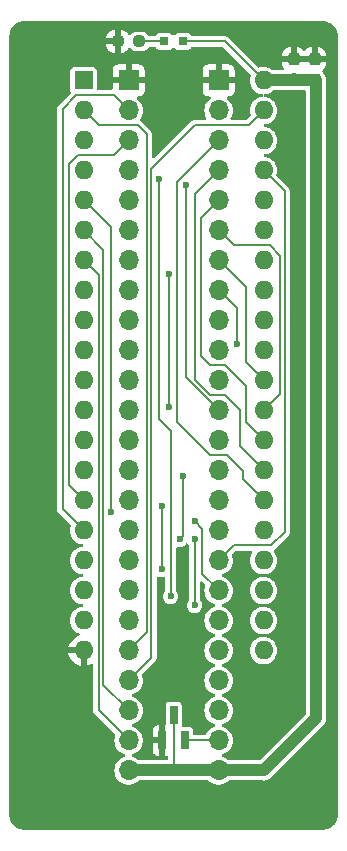
<source format=gbr>
G04 #@! TF.GenerationSoftware,KiCad,Pcbnew,7.0.11+dfsg-1build4*
G04 #@! TF.CreationDate,2024-10-25T09:22:04+09:00*
G04 #@! TF.ProjectId,bionic-ins8060,62696f6e-6963-42d6-996e-73383036302e,5*
G04 #@! TF.SameCoordinates,Original*
G04 #@! TF.FileFunction,Copper,L1,Top*
G04 #@! TF.FilePolarity,Positive*
%FSLAX46Y46*%
G04 Gerber Fmt 4.6, Leading zero omitted, Abs format (unit mm)*
G04 Created by KiCad (PCBNEW 7.0.11+dfsg-1build4) date 2024-10-25 09:22:04*
%MOMM*%
%LPD*%
G01*
G04 APERTURE LIST*
G04 Aperture macros list*
%AMRoundRect*
0 Rectangle with rounded corners*
0 $1 Rounding radius*
0 $2 $3 $4 $5 $6 $7 $8 $9 X,Y pos of 4 corners*
0 Add a 4 corners polygon primitive as box body*
4,1,4,$2,$3,$4,$5,$6,$7,$8,$9,$2,$3,0*
0 Add four circle primitives for the rounded corners*
1,1,$1+$1,$2,$3*
1,1,$1+$1,$4,$5*
1,1,$1+$1,$6,$7*
1,1,$1+$1,$8,$9*
0 Add four rect primitives between the rounded corners*
20,1,$1+$1,$2,$3,$4,$5,0*
20,1,$1+$1,$4,$5,$6,$7,0*
20,1,$1+$1,$6,$7,$8,$9,0*
20,1,$1+$1,$8,$9,$2,$3,0*%
G04 Aperture macros list end*
G04 #@! TA.AperFunction,SMDPad,CuDef*
%ADD10R,0.762000X0.711200*%
G04 #@! TD*
G04 #@! TA.AperFunction,SMDPad,CuDef*
%ADD11RoundRect,0.237500X0.237500X-0.300000X0.237500X0.300000X-0.237500X0.300000X-0.237500X-0.300000X0*%
G04 #@! TD*
G04 #@! TA.AperFunction,ComponentPad*
%ADD12R,1.600000X1.600000*%
G04 #@! TD*
G04 #@! TA.AperFunction,ComponentPad*
%ADD13O,1.600000X1.600000*%
G04 #@! TD*
G04 #@! TA.AperFunction,SMDPad,CuDef*
%ADD14R,0.660400X1.625600*%
G04 #@! TD*
G04 #@! TA.AperFunction,SMDPad,CuDef*
%ADD15RoundRect,0.237500X0.250000X0.237500X-0.250000X0.237500X-0.250000X-0.237500X0.250000X-0.237500X0*%
G04 #@! TD*
G04 #@! TA.AperFunction,ComponentPad*
%ADD16O,1.700000X1.700000*%
G04 #@! TD*
G04 #@! TA.AperFunction,ComponentPad*
%ADD17R,1.700000X1.700000*%
G04 #@! TD*
G04 #@! TA.AperFunction,ViaPad*
%ADD18C,0.600000*%
G04 #@! TD*
G04 #@! TA.AperFunction,Conductor*
%ADD19C,1.000000*%
G04 #@! TD*
G04 #@! TA.AperFunction,Conductor*
%ADD20C,0.200000*%
G04 #@! TD*
G04 APERTURE END LIST*
D10*
X114195300Y-71778000D03*
X115744700Y-71778000D03*
D11*
X125130000Y-75027000D03*
X125130000Y-73302000D03*
D12*
X107350000Y-75080000D03*
D13*
X107350000Y-77620000D03*
X107350000Y-80160000D03*
X107350000Y-82700000D03*
X107350000Y-85240000D03*
X107350000Y-87780000D03*
X107350000Y-90320000D03*
X107350000Y-92860000D03*
X107350000Y-95400000D03*
X107350000Y-97940000D03*
X107350000Y-100480000D03*
X107350000Y-103020000D03*
X107350000Y-105560000D03*
X107350000Y-108100000D03*
X107350000Y-110640000D03*
X107350000Y-113180000D03*
X107350000Y-115720000D03*
X107350000Y-118260000D03*
X107350000Y-120800000D03*
X107350000Y-123340000D03*
X122590000Y-123340000D03*
X122590000Y-120800000D03*
X122590000Y-118260000D03*
X122590000Y-115720000D03*
X122590000Y-113180000D03*
X122590000Y-110640000D03*
X122590000Y-108100000D03*
X122590000Y-105560000D03*
X122590000Y-103020000D03*
X122590000Y-100480000D03*
X122590000Y-97940000D03*
X122590000Y-95400000D03*
X122590000Y-92860000D03*
X122590000Y-90320000D03*
X122590000Y-87780000D03*
X122590000Y-85240000D03*
X122590000Y-82700000D03*
X122590000Y-80160000D03*
X122590000Y-77620000D03*
X122590000Y-75080000D03*
D14*
X114019999Y-130960000D03*
X115920001Y-130960000D03*
X114970000Y-128828000D03*
D11*
X126908000Y-75027000D03*
X126908000Y-73302000D03*
D15*
X112072500Y-71778000D03*
X110247500Y-71778000D03*
D16*
X118780000Y-133500000D03*
X118780000Y-130960000D03*
X118780000Y-128420000D03*
X118780000Y-125880000D03*
X118780000Y-123340000D03*
X118780000Y-120800000D03*
X118780000Y-118260000D03*
X118780000Y-115720000D03*
X118780000Y-113180000D03*
X118780000Y-110640000D03*
X118780000Y-108100000D03*
X118780000Y-105560000D03*
X118780000Y-103020000D03*
X118780000Y-100480000D03*
X118780000Y-97940000D03*
X118780000Y-95400000D03*
X118780000Y-92860000D03*
X118780000Y-90320000D03*
X118780000Y-87780000D03*
X118780000Y-85240000D03*
X118780000Y-82700000D03*
X118780000Y-80160000D03*
X118780000Y-77620000D03*
D17*
X118780000Y-75080000D03*
X111160000Y-75080000D03*
D16*
X111160000Y-77620000D03*
X111160000Y-80160000D03*
X111160000Y-82700000D03*
X111160000Y-85240000D03*
X111160000Y-87780000D03*
X111160000Y-90320000D03*
X111160000Y-92860000D03*
X111160000Y-95400000D03*
X111160000Y-97940000D03*
X111160000Y-100480000D03*
X111160000Y-103020000D03*
X111160000Y-105560000D03*
X111160000Y-108100000D03*
X111160000Y-110640000D03*
X111160000Y-113180000D03*
X111160000Y-115720000D03*
X111160000Y-118260000D03*
X111160000Y-120800000D03*
X111160000Y-123340000D03*
X111160000Y-125880000D03*
X111160000Y-128420000D03*
X111160000Y-130960000D03*
X111160000Y-133500000D03*
D18*
X112938000Y-131976000D03*
X125130000Y-128420000D03*
X104810000Y-114323000D03*
X120306700Y-97432000D03*
X109636000Y-111656000D03*
X116748000Y-112418000D03*
X113954000Y-116482000D03*
X113954000Y-111148000D03*
X116748000Y-119530000D03*
X116748000Y-113942000D03*
X115986000Y-83970000D03*
X115478000Y-113942000D03*
X115732000Y-108608000D03*
X114589000Y-91463000D03*
X114589000Y-102766000D03*
X114716000Y-118768000D03*
X113700000Y-83462000D03*
D19*
X122590000Y-133500000D02*
X127035000Y-129055000D01*
X114970000Y-133500000D02*
X118780000Y-133500000D01*
X125130000Y-75080000D02*
X122590000Y-75080000D01*
X111160000Y-133500000D02*
X114970000Y-133500000D01*
D20*
X114970000Y-133500000D02*
X114970000Y-128624000D01*
D19*
X118780000Y-133500000D02*
X122590000Y-133500000D01*
X125130000Y-75080000D02*
X125130000Y-74926500D01*
D20*
X119288000Y-71778000D02*
X122590000Y-75080000D01*
X115744700Y-71778000D02*
X119288000Y-71778000D01*
D19*
X127035000Y-75080000D02*
X125130000Y-75080000D01*
X127035000Y-129055000D02*
X127035000Y-75080000D01*
D20*
X108620000Y-91590000D02*
X107350000Y-90320000D01*
X111160000Y-130960000D02*
X108620000Y-128420000D01*
X108620000Y-128420000D02*
X108620000Y-91590000D01*
X120306700Y-94386700D02*
X118780000Y-92860000D01*
X120306700Y-97432000D02*
X120306700Y-94386700D01*
X117348000Y-113018000D02*
X117348000Y-116828000D01*
X117348000Y-116828000D02*
X118780000Y-118260000D01*
X109636000Y-87526000D02*
X107350000Y-85240000D01*
X109636000Y-111656000D02*
X109636000Y-87526000D01*
X116748000Y-112418000D02*
X117348000Y-113018000D01*
X124368000Y-113307000D02*
X124368000Y-84478000D01*
X118780000Y-115720000D02*
X120050000Y-114450000D01*
X124368000Y-84478000D02*
X122590000Y-82700000D01*
X120050000Y-114450000D02*
X123225000Y-114450000D01*
X123225000Y-114450000D02*
X124368000Y-113307000D01*
X118780000Y-90320000D02*
X121066000Y-92606000D01*
X121066000Y-92606000D02*
X121066000Y-98956000D01*
X121066000Y-98956000D02*
X122590000Y-100480000D01*
X123098000Y-89050000D02*
X123968000Y-89920000D01*
X123968000Y-89920000D02*
X123968000Y-101642000D01*
X123968000Y-101642000D02*
X122590000Y-103020000D01*
X120050000Y-89050000D02*
X123098000Y-89050000D01*
X118780000Y-87780000D02*
X120050000Y-89050000D01*
X117256000Y-86764000D02*
X118780000Y-85240000D01*
X119288000Y-99210000D02*
X118018000Y-99210000D01*
X121066000Y-100988000D02*
X119288000Y-99210000D01*
X117256000Y-98448000D02*
X117256000Y-86764000D01*
X121066000Y-104036000D02*
X121066000Y-100988000D01*
X118018000Y-99210000D02*
X117256000Y-98448000D01*
X122590000Y-105560000D02*
X121066000Y-104036000D01*
X118075686Y-101750000D02*
X116748000Y-100422314D01*
X119288000Y-101750000D02*
X118075686Y-101750000D01*
X120558000Y-106068000D02*
X120558000Y-103020000D01*
X120558000Y-103020000D02*
X119288000Y-101750000D01*
X116748000Y-84732000D02*
X118780000Y-82700000D01*
X116748000Y-100422314D02*
X116748000Y-84732000D01*
X122590000Y-108100000D02*
X120558000Y-106068000D01*
X122590000Y-110640000D02*
X120812000Y-108862000D01*
X115224000Y-104036000D02*
X115224000Y-83716000D01*
X120812000Y-108175827D02*
X119466173Y-106830000D01*
X115224000Y-83716000D02*
X118780000Y-80160000D01*
X119466173Y-106830000D02*
X118018000Y-106830000D01*
X118018000Y-106830000D02*
X115224000Y-104036000D01*
X120812000Y-108862000D02*
X120812000Y-108175827D01*
X113954000Y-111148000D02*
X113954000Y-116482000D01*
X116748000Y-113942000D02*
X116748000Y-119530000D01*
X115986000Y-100226000D02*
X118780000Y-103020000D01*
X115986000Y-83970000D02*
X115986000Y-100226000D01*
X115732000Y-113688000D02*
X115478000Y-113942000D01*
X115732000Y-108608000D02*
X115732000Y-113688000D01*
X106080000Y-109370000D02*
X107350000Y-110640000D01*
X111160000Y-80464900D02*
X111160000Y-80160000D01*
X106080000Y-82192000D02*
X106080000Y-109370000D01*
X111160000Y-80160000D02*
X109890000Y-81430000D01*
X109890000Y-81430000D02*
X106842000Y-81430000D01*
X106842000Y-81430000D02*
X106080000Y-82192000D01*
X109890000Y-76350000D02*
X106715000Y-76350000D01*
X106715000Y-76350000D02*
X105572000Y-77493000D01*
X105572000Y-77493000D02*
X105572000Y-111402000D01*
X105572000Y-111402000D02*
X107350000Y-113180000D01*
X111160000Y-77620000D02*
X109890000Y-76350000D01*
X114589000Y-102766000D02*
X114589000Y-91463000D01*
X111160000Y-125880000D02*
X113084000Y-123956000D01*
X116748000Y-78890000D02*
X121320000Y-78890000D01*
X113084000Y-82554000D02*
X116748000Y-78890000D01*
X121320000Y-78890000D02*
X122590000Y-77620000D01*
X113084000Y-123956000D02*
X113084000Y-82554000D01*
X109020000Y-89450000D02*
X107350000Y-87780000D01*
X111160000Y-128420000D02*
X109020000Y-126280000D01*
X109020000Y-126280000D02*
X109020000Y-89450000D01*
X114716000Y-104798000D02*
X114716000Y-118768000D01*
X113700000Y-83462000D02*
X113700000Y-103782000D01*
X113700000Y-103782000D02*
X114716000Y-104798000D01*
X108620000Y-78890000D02*
X111922000Y-78890000D01*
X107604000Y-77620000D02*
X107350000Y-77620000D01*
X111922000Y-78890000D02*
X112684000Y-79652000D01*
X112684000Y-79652000D02*
X112684000Y-121816000D01*
X107350000Y-77620000D02*
X108620000Y-78890000D01*
X112684000Y-121816000D02*
X111160000Y-123340000D01*
X118780000Y-130960000D02*
X116124000Y-130960000D01*
X116124000Y-130960000D02*
X115920000Y-130756000D01*
X114195300Y-71778000D02*
X112072500Y-71778000D01*
G04 #@! TA.AperFunction,Conductor*
G36*
X116197246Y-114294458D02*
G01*
X116215050Y-114315006D01*
X116257516Y-114376529D01*
X116262491Y-114382145D01*
X116261044Y-114383426D01*
X116292850Y-114434120D01*
X116297500Y-114467759D01*
X116297500Y-119004240D01*
X116277815Y-119071279D01*
X116262153Y-119089556D01*
X116262491Y-119089856D01*
X116257515Y-119095472D01*
X116167781Y-119225475D01*
X116167780Y-119225476D01*
X116111762Y-119373181D01*
X116092722Y-119529999D01*
X116092722Y-119530000D01*
X116111762Y-119686818D01*
X116154173Y-119798645D01*
X116167780Y-119834523D01*
X116257517Y-119964530D01*
X116375760Y-120069283D01*
X116375762Y-120069284D01*
X116515634Y-120142696D01*
X116669014Y-120180500D01*
X116669015Y-120180500D01*
X116826985Y-120180500D01*
X116980365Y-120142696D01*
X117120240Y-120069283D01*
X117238483Y-119964530D01*
X117328220Y-119834523D01*
X117384237Y-119686818D01*
X117403278Y-119530000D01*
X117395897Y-119469207D01*
X117384237Y-119373181D01*
X117348436Y-119278783D01*
X117328220Y-119225477D01*
X117238483Y-119095470D01*
X117238479Y-119095466D01*
X117233509Y-119089856D01*
X117234953Y-119088576D01*
X117203145Y-119037860D01*
X117198500Y-119004240D01*
X117198500Y-117614965D01*
X117218185Y-117547926D01*
X117270989Y-117502171D01*
X117340147Y-117492227D01*
X117403703Y-117521252D01*
X117410174Y-117527277D01*
X117534641Y-117651745D01*
X117615672Y-117732776D01*
X117649157Y-117794099D01*
X117647258Y-117854391D01*
X117594884Y-118038468D01*
X117574357Y-118259999D01*
X117574357Y-118260000D01*
X117594884Y-118481535D01*
X117594885Y-118481537D01*
X117655769Y-118695523D01*
X117655775Y-118695538D01*
X117754938Y-118894683D01*
X117754943Y-118894691D01*
X117889020Y-119072238D01*
X118053437Y-119222123D01*
X118053439Y-119222125D01*
X118242595Y-119339245D01*
X118242596Y-119339245D01*
X118242599Y-119339247D01*
X118436524Y-119414374D01*
X118491924Y-119456946D01*
X118515515Y-119522713D01*
X118499804Y-119590793D01*
X118449780Y-119639572D01*
X118436533Y-119645622D01*
X118325389Y-119688680D01*
X118242601Y-119720752D01*
X118242595Y-119720754D01*
X118053439Y-119837874D01*
X118053437Y-119837876D01*
X117889020Y-119987761D01*
X117754943Y-120165308D01*
X117754938Y-120165316D01*
X117655775Y-120364461D01*
X117655769Y-120364476D01*
X117594885Y-120578462D01*
X117594884Y-120578464D01*
X117574357Y-120799999D01*
X117574357Y-120800000D01*
X117594884Y-121021535D01*
X117594885Y-121021537D01*
X117655769Y-121235523D01*
X117655775Y-121235538D01*
X117754938Y-121434683D01*
X117754943Y-121434691D01*
X117889020Y-121612238D01*
X118053437Y-121762123D01*
X118053439Y-121762125D01*
X118242595Y-121879245D01*
X118242596Y-121879245D01*
X118242599Y-121879247D01*
X118436524Y-121954374D01*
X118491924Y-121996946D01*
X118515515Y-122062713D01*
X118499804Y-122130793D01*
X118449780Y-122179572D01*
X118436533Y-122185622D01*
X118325389Y-122228680D01*
X118242601Y-122260752D01*
X118242595Y-122260754D01*
X118053439Y-122377874D01*
X118053437Y-122377876D01*
X117889020Y-122527761D01*
X117754943Y-122705308D01*
X117754938Y-122705316D01*
X117655775Y-122904461D01*
X117655769Y-122904476D01*
X117594885Y-123118462D01*
X117594884Y-123118464D01*
X117574357Y-123339999D01*
X117574357Y-123340000D01*
X117594884Y-123561535D01*
X117594885Y-123561537D01*
X117655769Y-123775523D01*
X117655775Y-123775538D01*
X117754938Y-123974683D01*
X117754943Y-123974691D01*
X117889020Y-124152238D01*
X118053437Y-124302123D01*
X118053439Y-124302125D01*
X118242595Y-124419245D01*
X118242596Y-124419245D01*
X118242599Y-124419247D01*
X118436524Y-124494374D01*
X118491924Y-124536946D01*
X118515515Y-124602713D01*
X118499804Y-124670793D01*
X118449780Y-124719572D01*
X118436533Y-124725622D01*
X118311259Y-124774154D01*
X118242601Y-124800752D01*
X118242595Y-124800754D01*
X118053439Y-124917874D01*
X118053437Y-124917876D01*
X117889020Y-125067761D01*
X117754943Y-125245308D01*
X117754938Y-125245316D01*
X117655775Y-125444461D01*
X117655769Y-125444476D01*
X117594885Y-125658462D01*
X117594884Y-125658464D01*
X117574357Y-125879999D01*
X117574357Y-125880000D01*
X117594884Y-126101535D01*
X117594885Y-126101537D01*
X117655769Y-126315523D01*
X117655775Y-126315538D01*
X117754938Y-126514683D01*
X117754943Y-126514691D01*
X117889020Y-126692238D01*
X118053437Y-126842123D01*
X118053439Y-126842125D01*
X118242595Y-126959245D01*
X118242596Y-126959245D01*
X118242599Y-126959247D01*
X118436524Y-127034374D01*
X118491924Y-127076946D01*
X118515515Y-127142713D01*
X118499804Y-127210793D01*
X118449780Y-127259572D01*
X118436533Y-127265622D01*
X118311259Y-127314154D01*
X118242601Y-127340752D01*
X118242595Y-127340754D01*
X118053439Y-127457874D01*
X118053437Y-127457876D01*
X117889020Y-127607761D01*
X117754943Y-127785308D01*
X117754938Y-127785316D01*
X117655775Y-127984461D01*
X117655769Y-127984476D01*
X117594885Y-128198462D01*
X117594884Y-128198464D01*
X117574357Y-128419999D01*
X117574357Y-128420000D01*
X117594884Y-128641535D01*
X117594885Y-128641537D01*
X117655769Y-128855523D01*
X117655775Y-128855538D01*
X117754938Y-129054683D01*
X117754943Y-129054691D01*
X117889020Y-129232238D01*
X118053437Y-129382123D01*
X118053439Y-129382125D01*
X118242595Y-129499245D01*
X118242596Y-129499245D01*
X118242599Y-129499247D01*
X118436524Y-129574374D01*
X118491924Y-129616946D01*
X118515515Y-129682713D01*
X118499804Y-129750793D01*
X118449780Y-129799572D01*
X118436533Y-129805622D01*
X118288488Y-129862975D01*
X118242601Y-129880752D01*
X118242595Y-129880754D01*
X118053439Y-129997874D01*
X118053437Y-129997876D01*
X117889020Y-130147761D01*
X117754943Y-130325308D01*
X117754936Y-130325320D01*
X117697449Y-130440771D01*
X117649946Y-130492009D01*
X117586449Y-130509500D01*
X116724701Y-130509500D01*
X116657662Y-130489815D01*
X116611907Y-130437011D01*
X116600701Y-130385500D01*
X116600701Y-130113939D01*
X116590774Y-130045808D01*
X116590774Y-130045807D01*
X116539399Y-129940717D01*
X116539397Y-129940715D01*
X116539397Y-129940714D01*
X116456686Y-129858003D01*
X116351592Y-129806626D01*
X116283462Y-129796700D01*
X116283461Y-129796700D01*
X115774700Y-129796700D01*
X115707661Y-129777015D01*
X115661906Y-129724211D01*
X115650700Y-129672700D01*
X115650700Y-127981939D01*
X115640773Y-127913808D01*
X115640773Y-127913807D01*
X115589398Y-127808717D01*
X115589396Y-127808715D01*
X115589396Y-127808714D01*
X115506685Y-127726003D01*
X115401591Y-127674626D01*
X115333461Y-127664700D01*
X115333460Y-127664700D01*
X114606540Y-127664700D01*
X114606539Y-127664700D01*
X114538408Y-127674626D01*
X114433314Y-127726003D01*
X114350603Y-127808714D01*
X114299226Y-127913808D01*
X114289300Y-127981939D01*
X114289300Y-129576537D01*
X114269999Y-129642268D01*
X114269999Y-132272800D01*
X114395500Y-132272800D01*
X114462539Y-132292485D01*
X114508294Y-132345289D01*
X114519500Y-132396800D01*
X114519500Y-132525500D01*
X114499815Y-132592539D01*
X114447011Y-132638294D01*
X114395500Y-132649500D01*
X112057046Y-132649500D01*
X111990007Y-132629815D01*
X111973508Y-132617137D01*
X111886562Y-132537876D01*
X111886560Y-132537874D01*
X111697404Y-132420754D01*
X111697395Y-132420750D01*
X111603956Y-132384552D01*
X111503475Y-132345625D01*
X111448075Y-132303054D01*
X111424484Y-132237288D01*
X111440195Y-132169207D01*
X111490219Y-132120428D01*
X111503466Y-132114377D01*
X111697401Y-132039247D01*
X111886562Y-131922124D01*
X112050981Y-131772236D01*
X112185058Y-131594689D01*
X112284229Y-131395528D01*
X112337016Y-131210000D01*
X113189799Y-131210000D01*
X113189799Y-131820644D01*
X113196200Y-131880172D01*
X113196202Y-131880179D01*
X113246444Y-132014886D01*
X113246448Y-132014893D01*
X113332608Y-132129987D01*
X113332611Y-132129990D01*
X113447705Y-132216150D01*
X113447712Y-132216154D01*
X113582419Y-132266396D01*
X113582426Y-132266398D01*
X113641954Y-132272799D01*
X113641971Y-132272800D01*
X113769999Y-132272800D01*
X113769999Y-131210000D01*
X113189799Y-131210000D01*
X112337016Y-131210000D01*
X112345115Y-131181536D01*
X112365643Y-130960000D01*
X112345115Y-130738464D01*
X112337016Y-130710000D01*
X113189799Y-130710000D01*
X113769999Y-130710000D01*
X113769999Y-129647200D01*
X113641954Y-129647200D01*
X113582426Y-129653601D01*
X113582419Y-129653603D01*
X113447712Y-129703845D01*
X113447705Y-129703849D01*
X113332611Y-129790009D01*
X113332608Y-129790012D01*
X113246448Y-129905106D01*
X113246444Y-129905113D01*
X113196202Y-130039820D01*
X113196200Y-130039827D01*
X113189799Y-130099355D01*
X113189799Y-130710000D01*
X112337016Y-130710000D01*
X112284229Y-130524472D01*
X112269105Y-130494099D01*
X112185061Y-130325316D01*
X112185056Y-130325308D01*
X112050979Y-130147761D01*
X111886562Y-129997876D01*
X111886560Y-129997874D01*
X111697404Y-129880754D01*
X111697395Y-129880750D01*
X111603956Y-129844552D01*
X111503475Y-129805625D01*
X111448075Y-129763054D01*
X111424484Y-129697288D01*
X111440195Y-129629207D01*
X111490219Y-129580428D01*
X111503466Y-129574377D01*
X111697401Y-129499247D01*
X111886562Y-129382124D01*
X112050981Y-129232236D01*
X112185058Y-129054689D01*
X112284229Y-128855528D01*
X112345115Y-128641536D01*
X112365643Y-128420000D01*
X112345115Y-128198464D01*
X112284229Y-127984472D01*
X112284224Y-127984461D01*
X112185061Y-127785316D01*
X112185056Y-127785308D01*
X112050979Y-127607761D01*
X111886562Y-127457876D01*
X111886560Y-127457874D01*
X111697404Y-127340754D01*
X111697395Y-127340750D01*
X111603956Y-127304552D01*
X111503475Y-127265625D01*
X111448075Y-127223054D01*
X111424484Y-127157288D01*
X111440195Y-127089207D01*
X111490219Y-127040428D01*
X111503466Y-127034377D01*
X111697401Y-126959247D01*
X111886562Y-126842124D01*
X112050981Y-126692236D01*
X112185058Y-126514689D01*
X112284229Y-126315528D01*
X112345115Y-126101536D01*
X112365643Y-125880000D01*
X112345115Y-125658464D01*
X112334720Y-125621929D01*
X112292742Y-125474390D01*
X112293329Y-125404523D01*
X112324325Y-125352777D01*
X113379744Y-124297357D01*
X113390093Y-124288109D01*
X113417970Y-124265879D01*
X113450198Y-124218607D01*
X113452812Y-124214923D01*
X113486793Y-124168882D01*
X113486793Y-124168879D01*
X113486795Y-124168878D01*
X113490787Y-124161324D01*
X113494471Y-124153675D01*
X113494472Y-124153673D01*
X113511330Y-124099014D01*
X113512762Y-124094662D01*
X113531646Y-124040699D01*
X113531646Y-124040696D01*
X113533232Y-124032311D01*
X113534500Y-124023904D01*
X113534500Y-123966738D01*
X113534587Y-123962100D01*
X113536724Y-123904992D01*
X113535684Y-123895761D01*
X113536513Y-123895667D01*
X113534500Y-123880366D01*
X113534500Y-117201601D01*
X113554185Y-117134562D01*
X113606989Y-117088807D01*
X113676147Y-117078863D01*
X113716126Y-117091804D01*
X113721635Y-117094696D01*
X113791391Y-117111889D01*
X113875014Y-117132500D01*
X113875015Y-117132500D01*
X114032985Y-117132500D01*
X114111825Y-117113068D01*
X114181628Y-117116137D01*
X114238690Y-117156457D01*
X114264895Y-117221227D01*
X114265500Y-117233465D01*
X114265500Y-118242240D01*
X114245815Y-118309279D01*
X114230153Y-118327556D01*
X114230491Y-118327856D01*
X114225515Y-118333472D01*
X114135781Y-118463475D01*
X114135780Y-118463476D01*
X114079762Y-118611181D01*
X114060722Y-118767999D01*
X114060722Y-118768000D01*
X114079762Y-118924818D01*
X114131049Y-119060048D01*
X114135780Y-119072523D01*
X114225517Y-119202530D01*
X114343760Y-119307283D01*
X114343762Y-119307284D01*
X114483634Y-119380696D01*
X114637014Y-119418500D01*
X114637015Y-119418500D01*
X114794985Y-119418500D01*
X114948365Y-119380696D01*
X115088240Y-119307283D01*
X115206483Y-119202530D01*
X115296220Y-119072523D01*
X115352237Y-118924818D01*
X115371278Y-118768000D01*
X115352237Y-118611182D01*
X115296220Y-118463477D01*
X115206483Y-118333470D01*
X115206479Y-118333466D01*
X115201509Y-118327856D01*
X115202953Y-118326576D01*
X115171145Y-118275860D01*
X115166500Y-118242240D01*
X115166500Y-114693465D01*
X115186185Y-114626426D01*
X115238989Y-114580671D01*
X115308147Y-114570727D01*
X115320173Y-114573067D01*
X115399015Y-114592500D01*
X115556985Y-114592500D01*
X115710365Y-114554696D01*
X115770653Y-114523054D01*
X115850240Y-114481283D01*
X115968483Y-114376530D01*
X115993402Y-114340428D01*
X116010950Y-114315006D01*
X116065232Y-114271015D01*
X116134681Y-114263355D01*
X116197246Y-114294458D01*
G37*
G04 #@! TD.AperFunction*
G04 #@! TA.AperFunction,Conductor*
G36*
X125070714Y-75932133D02*
G01*
X125083683Y-75934260D01*
X125149678Y-75930681D01*
X125156391Y-75930500D01*
X126060500Y-75930500D01*
X126127539Y-75950185D01*
X126173294Y-76002989D01*
X126184500Y-76054500D01*
X126184500Y-128651349D01*
X126164815Y-128718388D01*
X126148181Y-128739030D01*
X122274030Y-132613181D01*
X122212707Y-132646666D01*
X122186349Y-132649500D01*
X119677046Y-132649500D01*
X119610007Y-132629815D01*
X119593508Y-132617137D01*
X119506562Y-132537876D01*
X119506560Y-132537874D01*
X119317404Y-132420754D01*
X119317395Y-132420750D01*
X119223956Y-132384552D01*
X119123475Y-132345625D01*
X119068075Y-132303054D01*
X119044484Y-132237288D01*
X119060195Y-132169207D01*
X119110219Y-132120428D01*
X119123466Y-132114377D01*
X119317401Y-132039247D01*
X119506562Y-131922124D01*
X119670981Y-131772236D01*
X119805058Y-131594689D01*
X119904229Y-131395528D01*
X119965115Y-131181536D01*
X119985643Y-130960000D01*
X119965115Y-130738464D01*
X119904229Y-130524472D01*
X119889105Y-130494099D01*
X119805061Y-130325316D01*
X119805056Y-130325308D01*
X119670979Y-130147761D01*
X119506562Y-129997876D01*
X119506560Y-129997874D01*
X119317404Y-129880754D01*
X119317395Y-129880750D01*
X119223956Y-129844552D01*
X119123475Y-129805625D01*
X119068075Y-129763054D01*
X119044484Y-129697288D01*
X119060195Y-129629207D01*
X119110219Y-129580428D01*
X119123466Y-129574377D01*
X119317401Y-129499247D01*
X119506562Y-129382124D01*
X119670981Y-129232236D01*
X119805058Y-129054689D01*
X119904229Y-128855528D01*
X119965115Y-128641536D01*
X119985643Y-128420000D01*
X119965115Y-128198464D01*
X119904229Y-127984472D01*
X119904224Y-127984461D01*
X119805061Y-127785316D01*
X119805056Y-127785308D01*
X119670979Y-127607761D01*
X119506562Y-127457876D01*
X119506560Y-127457874D01*
X119317404Y-127340754D01*
X119317395Y-127340750D01*
X119223956Y-127304552D01*
X119123475Y-127265625D01*
X119068075Y-127223054D01*
X119044484Y-127157288D01*
X119060195Y-127089207D01*
X119110219Y-127040428D01*
X119123466Y-127034377D01*
X119317401Y-126959247D01*
X119506562Y-126842124D01*
X119670981Y-126692236D01*
X119805058Y-126514689D01*
X119904229Y-126315528D01*
X119965115Y-126101536D01*
X119985643Y-125880000D01*
X119965115Y-125658464D01*
X119904229Y-125444472D01*
X119884337Y-125404523D01*
X119805061Y-125245316D01*
X119805056Y-125245308D01*
X119670979Y-125067761D01*
X119506562Y-124917876D01*
X119506560Y-124917874D01*
X119317404Y-124800754D01*
X119317395Y-124800750D01*
X119223956Y-124764552D01*
X119123475Y-124725625D01*
X119068075Y-124683054D01*
X119044484Y-124617288D01*
X119060195Y-124549207D01*
X119110219Y-124500428D01*
X119123466Y-124494377D01*
X119317401Y-124419247D01*
X119506562Y-124302124D01*
X119661614Y-124160775D01*
X119670979Y-124152238D01*
X119712828Y-124096822D01*
X119805058Y-123974689D01*
X119904229Y-123775528D01*
X119965115Y-123561536D01*
X119985643Y-123340000D01*
X119965115Y-123118464D01*
X119904229Y-122904472D01*
X119904224Y-122904461D01*
X119805061Y-122705316D01*
X119805056Y-122705308D01*
X119670979Y-122527761D01*
X119506562Y-122377876D01*
X119506560Y-122377874D01*
X119317404Y-122260754D01*
X119317395Y-122260750D01*
X119223956Y-122224552D01*
X119123475Y-122185625D01*
X119068075Y-122143054D01*
X119044484Y-122077288D01*
X119060195Y-122009207D01*
X119110219Y-121960428D01*
X119123466Y-121954377D01*
X119317401Y-121879247D01*
X119506562Y-121762124D01*
X119670981Y-121612236D01*
X119805058Y-121434689D01*
X119904229Y-121235528D01*
X119965115Y-121021536D01*
X119985643Y-120800000D01*
X119965115Y-120578464D01*
X119904229Y-120364472D01*
X119853500Y-120262595D01*
X119805061Y-120165316D01*
X119805056Y-120165308D01*
X119670979Y-119987761D01*
X119506562Y-119837876D01*
X119506560Y-119837874D01*
X119317404Y-119720754D01*
X119317395Y-119720750D01*
X119223956Y-119684552D01*
X119123475Y-119645625D01*
X119068075Y-119603054D01*
X119044484Y-119537288D01*
X119060195Y-119469207D01*
X119110219Y-119420428D01*
X119123466Y-119414377D01*
X119317401Y-119339247D01*
X119506562Y-119222124D01*
X119653057Y-119088576D01*
X119670979Y-119072238D01*
X119671704Y-119071279D01*
X119805058Y-118894689D01*
X119904229Y-118695528D01*
X119965115Y-118481536D01*
X119985643Y-118260000D01*
X119965115Y-118038464D01*
X119904229Y-117824472D01*
X119853500Y-117722595D01*
X119805061Y-117625316D01*
X119805056Y-117625308D01*
X119670979Y-117447761D01*
X119506562Y-117297876D01*
X119506560Y-117297874D01*
X119317404Y-117180754D01*
X119317395Y-117180750D01*
X119223956Y-117144552D01*
X119123475Y-117105625D01*
X119068075Y-117063054D01*
X119044484Y-116997288D01*
X119060195Y-116929207D01*
X119110219Y-116880428D01*
X119123466Y-116874377D01*
X119317401Y-116799247D01*
X119506562Y-116682124D01*
X119646282Y-116554751D01*
X119670979Y-116532238D01*
X119805056Y-116354691D01*
X119805058Y-116354689D01*
X119904229Y-116155528D01*
X119965115Y-115941536D01*
X119985643Y-115720000D01*
X119965115Y-115498464D01*
X119954720Y-115461929D01*
X119912742Y-115314390D01*
X119913329Y-115244523D01*
X119944325Y-115192777D01*
X120200284Y-114936819D01*
X120261607Y-114903334D01*
X120287965Y-114900500D01*
X121518133Y-114900500D01*
X121585172Y-114920185D01*
X121630927Y-114972989D01*
X121640871Y-115042147D01*
X121617087Y-115099227D01*
X121607633Y-115111746D01*
X121512596Y-115302605D01*
X121512596Y-115302607D01*
X121454244Y-115507689D01*
X121434571Y-115719999D01*
X121434571Y-115720000D01*
X121454244Y-115932310D01*
X121512596Y-116137392D01*
X121512596Y-116137394D01*
X121607632Y-116328253D01*
X121736127Y-116498406D01*
X121736128Y-116498407D01*
X121893698Y-116642052D01*
X122074981Y-116754298D01*
X122273802Y-116831321D01*
X122470613Y-116868111D01*
X122532893Y-116899779D01*
X122568166Y-116960092D01*
X122565232Y-117029900D01*
X122525023Y-117087040D01*
X122470613Y-117111888D01*
X122273802Y-117148679D01*
X122273799Y-117148679D01*
X122273799Y-117148680D01*
X122074982Y-117225701D01*
X122074980Y-117225702D01*
X121893699Y-117337947D01*
X121736127Y-117481593D01*
X121607632Y-117651746D01*
X121512596Y-117842605D01*
X121512596Y-117842607D01*
X121454244Y-118047689D01*
X121434571Y-118259999D01*
X121434571Y-118260000D01*
X121454244Y-118472310D01*
X121512596Y-118677392D01*
X121512596Y-118677394D01*
X121607632Y-118868253D01*
X121710326Y-119004240D01*
X121736128Y-119038407D01*
X121893698Y-119182052D01*
X122074981Y-119294298D01*
X122273802Y-119371321D01*
X122470613Y-119408111D01*
X122532893Y-119439779D01*
X122568166Y-119500092D01*
X122565232Y-119569900D01*
X122525023Y-119627040D01*
X122470613Y-119651888D01*
X122273802Y-119688679D01*
X122273799Y-119688679D01*
X122273799Y-119688680D01*
X122074982Y-119765701D01*
X122074980Y-119765702D01*
X121893699Y-119877947D01*
X121736127Y-120021593D01*
X121607632Y-120191746D01*
X121512596Y-120382605D01*
X121512596Y-120382607D01*
X121454244Y-120587689D01*
X121434571Y-120799999D01*
X121434571Y-120800000D01*
X121454244Y-121012310D01*
X121512596Y-121217392D01*
X121512596Y-121217394D01*
X121607632Y-121408253D01*
X121736127Y-121578406D01*
X121736128Y-121578407D01*
X121893698Y-121722052D01*
X122074981Y-121834298D01*
X122273802Y-121911321D01*
X122470613Y-121948111D01*
X122532893Y-121979779D01*
X122568166Y-122040092D01*
X122565232Y-122109900D01*
X122525023Y-122167040D01*
X122470613Y-122191888D01*
X122273802Y-122228679D01*
X122273799Y-122228679D01*
X122273799Y-122228680D01*
X122074982Y-122305701D01*
X122074980Y-122305702D01*
X121893699Y-122417947D01*
X121736127Y-122561593D01*
X121607632Y-122731746D01*
X121512596Y-122922605D01*
X121512596Y-122922607D01*
X121454244Y-123127689D01*
X121434571Y-123339999D01*
X121434571Y-123340000D01*
X121454244Y-123552310D01*
X121512596Y-123757392D01*
X121512596Y-123757394D01*
X121607632Y-123948253D01*
X121721499Y-124099035D01*
X121736128Y-124118407D01*
X121893698Y-124262052D01*
X122074981Y-124374298D01*
X122273802Y-124451321D01*
X122483390Y-124490500D01*
X122483392Y-124490500D01*
X122696608Y-124490500D01*
X122696610Y-124490500D01*
X122906198Y-124451321D01*
X123105019Y-124374298D01*
X123286302Y-124262052D01*
X123443872Y-124118407D01*
X123572366Y-123948255D01*
X123598505Y-123895761D01*
X123667403Y-123757394D01*
X123667403Y-123757393D01*
X123667405Y-123757389D01*
X123725756Y-123552310D01*
X123745429Y-123340000D01*
X123725756Y-123127690D01*
X123667405Y-122922611D01*
X123667403Y-122922606D01*
X123667403Y-122922605D01*
X123572367Y-122731746D01*
X123443872Y-122561593D01*
X123286302Y-122417948D01*
X123105019Y-122305702D01*
X123105017Y-122305701D01*
X122988989Y-122260752D01*
X122906198Y-122228679D01*
X122709385Y-122191888D01*
X122647106Y-122160221D01*
X122611833Y-122099908D01*
X122614767Y-122030100D01*
X122654976Y-121972960D01*
X122709384Y-121948111D01*
X122906198Y-121911321D01*
X123105019Y-121834298D01*
X123286302Y-121722052D01*
X123443872Y-121578407D01*
X123572366Y-121408255D01*
X123658373Y-121235528D01*
X123667403Y-121217394D01*
X123667403Y-121217393D01*
X123667405Y-121217389D01*
X123725756Y-121012310D01*
X123745429Y-120800000D01*
X123725756Y-120587690D01*
X123667405Y-120382611D01*
X123667403Y-120382606D01*
X123667403Y-120382605D01*
X123572367Y-120191746D01*
X123443872Y-120021593D01*
X123409499Y-119990258D01*
X123286302Y-119877948D01*
X123105019Y-119765702D01*
X123105017Y-119765701D01*
X122988989Y-119720752D01*
X122906198Y-119688679D01*
X122709385Y-119651888D01*
X122647106Y-119620221D01*
X122611833Y-119559908D01*
X122614767Y-119490100D01*
X122654976Y-119432960D01*
X122709384Y-119408111D01*
X122906198Y-119371321D01*
X123105019Y-119294298D01*
X123286302Y-119182052D01*
X123443872Y-119038407D01*
X123572366Y-118868255D01*
X123658373Y-118695528D01*
X123667403Y-118677394D01*
X123667403Y-118677393D01*
X123667405Y-118677389D01*
X123725756Y-118472310D01*
X123745429Y-118260000D01*
X123725756Y-118047690D01*
X123667405Y-117842611D01*
X123667403Y-117842606D01*
X123667403Y-117842605D01*
X123572367Y-117651746D01*
X123443872Y-117481593D01*
X123409499Y-117450258D01*
X123286302Y-117337948D01*
X123105019Y-117225702D01*
X123105017Y-117225701D01*
X122988989Y-117180752D01*
X122906198Y-117148679D01*
X122709385Y-117111888D01*
X122647106Y-117080221D01*
X122611833Y-117019908D01*
X122614767Y-116950100D01*
X122654976Y-116892960D01*
X122709384Y-116868111D01*
X122906198Y-116831321D01*
X123105019Y-116754298D01*
X123286302Y-116642052D01*
X123443872Y-116498407D01*
X123572366Y-116328255D01*
X123658373Y-116155528D01*
X123667403Y-116137394D01*
X123667403Y-116137393D01*
X123667405Y-116137389D01*
X123725756Y-115932310D01*
X123745429Y-115720000D01*
X123725756Y-115507690D01*
X123667405Y-115302611D01*
X123667403Y-115302606D01*
X123667403Y-115302605D01*
X123572367Y-115111746D01*
X123477289Y-114985844D01*
X123452597Y-114920483D01*
X123467162Y-114852148D01*
X123490796Y-114824971D01*
X123488965Y-114823140D01*
X123511018Y-114801086D01*
X123535974Y-114776128D01*
X123539260Y-114772962D01*
X123581194Y-114734055D01*
X123581196Y-114734050D01*
X123586987Y-114726790D01*
X123587643Y-114727313D01*
X123597032Y-114715070D01*
X124663744Y-113648357D01*
X124674093Y-113639109D01*
X124701970Y-113616879D01*
X124734198Y-113569607D01*
X124736812Y-113565923D01*
X124770793Y-113519882D01*
X124770793Y-113519879D01*
X124770795Y-113519878D01*
X124774787Y-113512324D01*
X124778471Y-113504675D01*
X124795324Y-113450035D01*
X124796762Y-113445662D01*
X124815646Y-113391699D01*
X124815646Y-113391696D01*
X124817232Y-113383311D01*
X124818500Y-113374904D01*
X124818500Y-113317738D01*
X124818587Y-113313100D01*
X124820724Y-113255992D01*
X124819684Y-113246761D01*
X124820513Y-113246667D01*
X124818500Y-113231366D01*
X124818500Y-84510261D01*
X124819280Y-84496376D01*
X124823270Y-84460965D01*
X124816988Y-84427764D01*
X124812637Y-84404770D01*
X124811864Y-84400217D01*
X124803347Y-84343709D01*
X124800831Y-84335552D01*
X124798024Y-84327528D01*
X124771306Y-84276977D01*
X124769215Y-84272835D01*
X124744424Y-84221356D01*
X124739642Y-84214342D01*
X124734567Y-84207466D01*
X124734566Y-84207463D01*
X124694165Y-84167062D01*
X124690947Y-84163721D01*
X124652060Y-84121809D01*
X124644792Y-84116014D01*
X124645312Y-84115361D01*
X124633067Y-84105964D01*
X123713856Y-83186753D01*
X123680371Y-83125430D01*
X123682270Y-83065141D01*
X123725756Y-82912310D01*
X123745429Y-82700000D01*
X123725756Y-82487690D01*
X123667405Y-82282611D01*
X123667403Y-82282606D01*
X123667403Y-82282605D01*
X123572367Y-82091746D01*
X123443872Y-81921593D01*
X123415708Y-81895918D01*
X123286302Y-81777948D01*
X123105019Y-81665702D01*
X123105017Y-81665701D01*
X122988991Y-81620753D01*
X122906198Y-81588679D01*
X122709385Y-81551888D01*
X122647106Y-81520221D01*
X122611833Y-81459908D01*
X122614767Y-81390100D01*
X122654976Y-81332960D01*
X122709384Y-81308111D01*
X122906198Y-81271321D01*
X123105019Y-81194298D01*
X123286302Y-81082052D01*
X123443872Y-80938407D01*
X123572366Y-80768255D01*
X123612715Y-80687223D01*
X123667403Y-80577394D01*
X123667403Y-80577393D01*
X123667405Y-80577389D01*
X123725756Y-80372310D01*
X123745429Y-80160000D01*
X123725756Y-79947690D01*
X123667405Y-79742611D01*
X123667403Y-79742606D01*
X123667403Y-79742605D01*
X123572367Y-79551746D01*
X123443872Y-79381593D01*
X123410155Y-79350856D01*
X123286302Y-79237948D01*
X123105019Y-79125702D01*
X123105017Y-79125701D01*
X122992468Y-79082100D01*
X122906198Y-79048679D01*
X122709385Y-79011888D01*
X122647106Y-78980221D01*
X122611833Y-78919908D01*
X122614767Y-78850100D01*
X122654976Y-78792960D01*
X122709384Y-78768111D01*
X122906198Y-78731321D01*
X123105019Y-78654298D01*
X123286302Y-78542052D01*
X123443872Y-78398407D01*
X123572366Y-78228255D01*
X123658373Y-78055528D01*
X123667403Y-78037394D01*
X123667403Y-78037393D01*
X123667405Y-78037389D01*
X123725756Y-77832310D01*
X123745429Y-77620000D01*
X123725756Y-77407690D01*
X123667405Y-77202611D01*
X123667403Y-77202606D01*
X123667403Y-77202605D01*
X123572367Y-77011746D01*
X123443872Y-76841593D01*
X123415708Y-76815918D01*
X123286302Y-76697948D01*
X123105019Y-76585702D01*
X123105017Y-76585701D01*
X122982946Y-76538411D01*
X122906198Y-76508679D01*
X122709385Y-76471888D01*
X122647106Y-76440221D01*
X122611833Y-76379908D01*
X122614767Y-76310100D01*
X122654976Y-76252960D01*
X122709384Y-76228111D01*
X122906198Y-76191321D01*
X123105019Y-76114298D01*
X123286302Y-76002052D01*
X123312857Y-75977844D01*
X123329291Y-75962863D01*
X123392095Y-75932246D01*
X123412829Y-75930500D01*
X125037503Y-75930500D01*
X125050653Y-75930500D01*
X125070714Y-75932133D01*
G37*
G04 #@! TD.AperFunction*
G04 #@! TA.AperFunction,Conductor*
G36*
X127674853Y-70075882D02*
G01*
X127704568Y-70078220D01*
X127847136Y-70089440D01*
X127866346Y-70092483D01*
X128029638Y-70131686D01*
X128048130Y-70137694D01*
X128171090Y-70188626D01*
X128203277Y-70201959D01*
X128220614Y-70210793D01*
X128363786Y-70298529D01*
X128379527Y-70309965D01*
X128507217Y-70419022D01*
X128520977Y-70432782D01*
X128630034Y-70560472D01*
X128641470Y-70576213D01*
X128729206Y-70719385D01*
X128738040Y-70736722D01*
X128802302Y-70891862D01*
X128808315Y-70910368D01*
X128847515Y-71073648D01*
X128850559Y-71092866D01*
X128864118Y-71265146D01*
X128864500Y-71274875D01*
X128864500Y-137305124D01*
X128864118Y-137314853D01*
X128850559Y-137487133D01*
X128847515Y-137506351D01*
X128808315Y-137669631D01*
X128802302Y-137688137D01*
X128738040Y-137843277D01*
X128729206Y-137860614D01*
X128641470Y-138003786D01*
X128630034Y-138019527D01*
X128520977Y-138147217D01*
X128507217Y-138160977D01*
X128379527Y-138270034D01*
X128363786Y-138281470D01*
X128220614Y-138369206D01*
X128203277Y-138378040D01*
X128048137Y-138442302D01*
X128029631Y-138448315D01*
X127866351Y-138487515D01*
X127847133Y-138490559D01*
X127674854Y-138504118D01*
X127665125Y-138504500D01*
X102274875Y-138504500D01*
X102265146Y-138504118D01*
X102092866Y-138490559D01*
X102073648Y-138487515D01*
X101910368Y-138448315D01*
X101891862Y-138442302D01*
X101736722Y-138378040D01*
X101719385Y-138369206D01*
X101576213Y-138281470D01*
X101560472Y-138270034D01*
X101432782Y-138160977D01*
X101419022Y-138147217D01*
X101309965Y-138019527D01*
X101298529Y-138003786D01*
X101210793Y-137860614D01*
X101201959Y-137843277D01*
X101188626Y-137811090D01*
X101137694Y-137688130D01*
X101131686Y-137669638D01*
X101092483Y-137506346D01*
X101089440Y-137487132D01*
X101075882Y-137314852D01*
X101075500Y-137305124D01*
X101075500Y-111419036D01*
X105116729Y-111419036D01*
X105127355Y-111475196D01*
X105128132Y-111479765D01*
X105136652Y-111536291D01*
X105139162Y-111544427D01*
X105141976Y-111552470D01*
X105141976Y-111552471D01*
X105141977Y-111552472D01*
X105168219Y-111602125D01*
X105168688Y-111603011D01*
X105170776Y-111607149D01*
X105195574Y-111658641D01*
X105200362Y-111665665D01*
X105205431Y-111672532D01*
X105205434Y-111672538D01*
X105205438Y-111672542D01*
X105245846Y-111712950D01*
X105249063Y-111716289D01*
X105287947Y-111758196D01*
X105295210Y-111763988D01*
X105294689Y-111764641D01*
X105306930Y-111774034D01*
X105786214Y-112253318D01*
X106226142Y-112693245D01*
X106259627Y-112754568D01*
X106257727Y-112814860D01*
X106214244Y-112967687D01*
X106194571Y-113179999D01*
X106194571Y-113180000D01*
X106214244Y-113392310D01*
X106272596Y-113597392D01*
X106272596Y-113597394D01*
X106367632Y-113788253D01*
X106496127Y-113958406D01*
X106496128Y-113958407D01*
X106653698Y-114102052D01*
X106834981Y-114214298D01*
X107033802Y-114291321D01*
X107230613Y-114328111D01*
X107292893Y-114359779D01*
X107328166Y-114420092D01*
X107325232Y-114489900D01*
X107285023Y-114547040D01*
X107230613Y-114571888D01*
X107033802Y-114608679D01*
X107033799Y-114608679D01*
X107033799Y-114608680D01*
X106834982Y-114685701D01*
X106834980Y-114685702D01*
X106653699Y-114797947D01*
X106496127Y-114941593D01*
X106367632Y-115111746D01*
X106272596Y-115302605D01*
X106272596Y-115302607D01*
X106214244Y-115507689D01*
X106194571Y-115719999D01*
X106194571Y-115720000D01*
X106214244Y-115932310D01*
X106272596Y-116137392D01*
X106272596Y-116137394D01*
X106367632Y-116328253D01*
X106496127Y-116498406D01*
X106496128Y-116498407D01*
X106653698Y-116642052D01*
X106834981Y-116754298D01*
X107033802Y-116831321D01*
X107230613Y-116868111D01*
X107292893Y-116899779D01*
X107328166Y-116960092D01*
X107325232Y-117029900D01*
X107285023Y-117087040D01*
X107230613Y-117111888D01*
X107033802Y-117148679D01*
X107033799Y-117148679D01*
X107033799Y-117148680D01*
X106834982Y-117225701D01*
X106834980Y-117225702D01*
X106653699Y-117337947D01*
X106496127Y-117481593D01*
X106367632Y-117651746D01*
X106272596Y-117842605D01*
X106272596Y-117842607D01*
X106214244Y-118047689D01*
X106194571Y-118259999D01*
X106194571Y-118260000D01*
X106214244Y-118472310D01*
X106272596Y-118677392D01*
X106272596Y-118677394D01*
X106367632Y-118868253D01*
X106470326Y-119004240D01*
X106496128Y-119038407D01*
X106653698Y-119182052D01*
X106834981Y-119294298D01*
X107033802Y-119371321D01*
X107230613Y-119408111D01*
X107292893Y-119439779D01*
X107328166Y-119500092D01*
X107325232Y-119569900D01*
X107285023Y-119627040D01*
X107230613Y-119651888D01*
X107033802Y-119688679D01*
X107033799Y-119688679D01*
X107033799Y-119688680D01*
X106834982Y-119765701D01*
X106834980Y-119765702D01*
X106653699Y-119877947D01*
X106496127Y-120021593D01*
X106367632Y-120191746D01*
X106272596Y-120382605D01*
X106272596Y-120382607D01*
X106214244Y-120587689D01*
X106194571Y-120799999D01*
X106194571Y-120800000D01*
X106214244Y-121012310D01*
X106272596Y-121217392D01*
X106272596Y-121217394D01*
X106367632Y-121408253D01*
X106496127Y-121578406D01*
X106496128Y-121578407D01*
X106653698Y-121722052D01*
X106834981Y-121834298D01*
X106935449Y-121873219D01*
X106990851Y-121915792D01*
X107014442Y-121981558D01*
X106998731Y-122049639D01*
X106948707Y-122098418D01*
X106922753Y-122108620D01*
X106903683Y-122113730D01*
X106903673Y-122113734D01*
X106697517Y-122209865D01*
X106511179Y-122340342D01*
X106350342Y-122501179D01*
X106219865Y-122687517D01*
X106123734Y-122893673D01*
X106123730Y-122893682D01*
X106071127Y-123089999D01*
X106071128Y-123090000D01*
X107034314Y-123090000D01*
X107022359Y-123101955D01*
X106964835Y-123214852D01*
X106945014Y-123340000D01*
X106964835Y-123465148D01*
X107022359Y-123578045D01*
X107034314Y-123590000D01*
X106071128Y-123590000D01*
X106123730Y-123786317D01*
X106123734Y-123786326D01*
X106219865Y-123992482D01*
X106350342Y-124178820D01*
X106511179Y-124339657D01*
X106697517Y-124470134D01*
X106903673Y-124566265D01*
X106903682Y-124566269D01*
X107099999Y-124618872D01*
X107100000Y-124618871D01*
X107100000Y-123655686D01*
X107111955Y-123667641D01*
X107224852Y-123725165D01*
X107318519Y-123740000D01*
X107381481Y-123740000D01*
X107475148Y-123725165D01*
X107588045Y-123667641D01*
X107600000Y-123655686D01*
X107600000Y-124618872D01*
X107796317Y-124566269D01*
X107796326Y-124566265D01*
X107993095Y-124474511D01*
X108062173Y-124464019D01*
X108125957Y-124492539D01*
X108164196Y-124551015D01*
X108169500Y-124586893D01*
X108169500Y-128387738D01*
X108168720Y-128401623D01*
X108164729Y-128437036D01*
X108175355Y-128493196D01*
X108176132Y-128497765D01*
X108184652Y-128554291D01*
X108187162Y-128562427D01*
X108189976Y-128570470D01*
X108216688Y-128621011D01*
X108218776Y-128625149D01*
X108243574Y-128676641D01*
X108248362Y-128683665D01*
X108253431Y-128690532D01*
X108253434Y-128690538D01*
X108253438Y-128690542D01*
X108293847Y-128730951D01*
X108297064Y-128734290D01*
X108335947Y-128776196D01*
X108343210Y-128781988D01*
X108342689Y-128782641D01*
X108354930Y-128792034D01*
X109995672Y-130432776D01*
X110029157Y-130494099D01*
X110027258Y-130554391D01*
X109974884Y-130738468D01*
X109954357Y-130959999D01*
X109954357Y-130960000D01*
X109974884Y-131181535D01*
X109974885Y-131181537D01*
X110035769Y-131395523D01*
X110035775Y-131395538D01*
X110134938Y-131594683D01*
X110134943Y-131594691D01*
X110269020Y-131772238D01*
X110433437Y-131922123D01*
X110433439Y-131922125D01*
X110622595Y-132039245D01*
X110622596Y-132039245D01*
X110622599Y-132039247D01*
X110816524Y-132114374D01*
X110871924Y-132156946D01*
X110895515Y-132222713D01*
X110879804Y-132290793D01*
X110829780Y-132339572D01*
X110816533Y-132345622D01*
X110684429Y-132396800D01*
X110622601Y-132420752D01*
X110622595Y-132420754D01*
X110433439Y-132537874D01*
X110433437Y-132537876D01*
X110269020Y-132687761D01*
X110134943Y-132865308D01*
X110134938Y-132865316D01*
X110035775Y-133064461D01*
X110035769Y-133064476D01*
X109974885Y-133278462D01*
X109974884Y-133278464D01*
X109954357Y-133499999D01*
X109954357Y-133500000D01*
X109974884Y-133721535D01*
X109974885Y-133721537D01*
X110035769Y-133935523D01*
X110035775Y-133935538D01*
X110134938Y-134134683D01*
X110134943Y-134134691D01*
X110269020Y-134312238D01*
X110433437Y-134462123D01*
X110433439Y-134462125D01*
X110622595Y-134579245D01*
X110622596Y-134579245D01*
X110622599Y-134579247D01*
X110830060Y-134659618D01*
X111048757Y-134700500D01*
X111048759Y-134700500D01*
X111271241Y-134700500D01*
X111271243Y-134700500D01*
X111489940Y-134659618D01*
X111697401Y-134579247D01*
X111886562Y-134462124D01*
X111926049Y-134426125D01*
X111973508Y-134382863D01*
X112036312Y-134352246D01*
X112057046Y-134350500D01*
X114877503Y-134350500D01*
X117882954Y-134350500D01*
X117949993Y-134370185D01*
X117966492Y-134382863D01*
X118053437Y-134462123D01*
X118053439Y-134462125D01*
X118242595Y-134579245D01*
X118242596Y-134579245D01*
X118242599Y-134579247D01*
X118450060Y-134659618D01*
X118668757Y-134700500D01*
X118668759Y-134700500D01*
X118891241Y-134700500D01*
X118891243Y-134700500D01*
X119109940Y-134659618D01*
X119317401Y-134579247D01*
X119506562Y-134462124D01*
X119546049Y-134426125D01*
X119593508Y-134382863D01*
X119656312Y-134352246D01*
X119677046Y-134350500D01*
X122550394Y-134350500D01*
X122560456Y-134350908D01*
X122613167Y-134355201D01*
X122691748Y-134344493D01*
X122695074Y-134344086D01*
X122773910Y-134335514D01*
X122773916Y-134335511D01*
X122775036Y-134335266D01*
X122795307Y-134330515D01*
X122796463Y-134330227D01*
X122796468Y-134330227D01*
X122845433Y-134312238D01*
X122870922Y-134302874D01*
X122874076Y-134301762D01*
X122949221Y-134276444D01*
X122949230Y-134276438D01*
X122950351Y-134275920D01*
X122969123Y-134266923D01*
X122970104Y-134266436D01*
X122970116Y-134266432D01*
X123036972Y-134223697D01*
X123039711Y-134221997D01*
X123107736Y-134181070D01*
X123107743Y-134181062D01*
X123108669Y-134180360D01*
X123125076Y-134167533D01*
X123125981Y-134166804D01*
X123125989Y-134166800D01*
X123182091Y-134110696D01*
X123184422Y-134108427D01*
X123242041Y-134053849D01*
X123242044Y-134053843D01*
X123242757Y-134053005D01*
X123256904Y-134035883D01*
X127608398Y-129684389D01*
X127615793Y-129677573D01*
X127621530Y-129672700D01*
X127656100Y-129643337D01*
X127704134Y-129580147D01*
X127706104Y-129577627D01*
X127755841Y-129515754D01*
X127755843Y-129515748D01*
X127756480Y-129514753D01*
X127767406Y-129497138D01*
X127768046Y-129496074D01*
X127768054Y-129496064D01*
X127801392Y-129424003D01*
X127802780Y-129421106D01*
X127838036Y-129350021D01*
X127838038Y-129350012D01*
X127838452Y-129348886D01*
X127845389Y-129329183D01*
X127845729Y-129328172D01*
X127845732Y-129328167D01*
X127862781Y-129250706D01*
X127863546Y-129247443D01*
X127867328Y-129232238D01*
X127882684Y-129170495D01*
X127882684Y-129170491D01*
X127882685Y-129170488D01*
X127882830Y-129169426D01*
X127885371Y-129148677D01*
X127885500Y-129147497D01*
X127885500Y-129068226D01*
X127885545Y-129064869D01*
X127887693Y-128985564D01*
X127887608Y-128984520D01*
X127885500Y-128962352D01*
X127885500Y-75159346D01*
X127887134Y-75139283D01*
X127889260Y-75126316D01*
X127885682Y-75060320D01*
X127885500Y-75053607D01*
X127885500Y-75033893D01*
X127885500Y-75033887D01*
X127883367Y-75014279D01*
X127882823Y-75007591D01*
X127879245Y-74941593D01*
X127875727Y-74928922D01*
X127871935Y-74909158D01*
X127870514Y-74896092D01*
X127870514Y-74896090D01*
X127849404Y-74833442D01*
X127847447Y-74827070D01*
X127829754Y-74763341D01*
X127823591Y-74751716D01*
X127815640Y-74733233D01*
X127811444Y-74720780D01*
X127811444Y-74720779D01*
X127777358Y-74664128D01*
X127774058Y-74658289D01*
X127772085Y-74654568D01*
X127743100Y-74599896D01*
X127734587Y-74589874D01*
X127722851Y-74573535D01*
X127716070Y-74562264D01*
X127716068Y-74562262D01*
X127713267Y-74557606D01*
X127704957Y-74541131D01*
X127659116Y-74430461D01*
X127595456Y-74347498D01*
X127570262Y-74282329D01*
X127584300Y-74213884D01*
X127606151Y-74184330D01*
X127727948Y-74062533D01*
X127818448Y-73915811D01*
X127818453Y-73915800D01*
X127872680Y-73752152D01*
X127882999Y-73651154D01*
X127883000Y-73651141D01*
X127883000Y-73552000D01*
X124155001Y-73552000D01*
X124155001Y-73651154D01*
X124165319Y-73752152D01*
X124219546Y-73915800D01*
X124219551Y-73915811D01*
X124296401Y-74040403D01*
X124314842Y-74107795D01*
X124293920Y-74174459D01*
X124240278Y-74219229D01*
X124190863Y-74229500D01*
X123412829Y-74229500D01*
X123345790Y-74209815D01*
X123329291Y-74197137D01*
X123286303Y-74157949D01*
X123286302Y-74157948D01*
X123105019Y-74045702D01*
X123105017Y-74045701D01*
X122963307Y-73990803D01*
X122906198Y-73968679D01*
X122696610Y-73929500D01*
X122483390Y-73929500D01*
X122337531Y-73956766D01*
X122273797Y-73968680D01*
X122235246Y-73983615D01*
X122165623Y-73989477D01*
X122103883Y-73956766D01*
X122102772Y-73955669D01*
X121199103Y-73052000D01*
X124155000Y-73052000D01*
X124880000Y-73052000D01*
X124880000Y-72264500D01*
X125380000Y-72264500D01*
X125380000Y-73052000D01*
X126658000Y-73052000D01*
X126658000Y-72264500D01*
X127158000Y-72264500D01*
X127158000Y-73052000D01*
X127882999Y-73052000D01*
X127882999Y-72952860D01*
X127882998Y-72952845D01*
X127872680Y-72851847D01*
X127818453Y-72688199D01*
X127818448Y-72688188D01*
X127727947Y-72541465D01*
X127727944Y-72541461D01*
X127606038Y-72419555D01*
X127606034Y-72419552D01*
X127459311Y-72329051D01*
X127459300Y-72329046D01*
X127295652Y-72274819D01*
X127194654Y-72264500D01*
X127158000Y-72264500D01*
X126658000Y-72264500D01*
X126621361Y-72264500D01*
X126621343Y-72264501D01*
X126520347Y-72274819D01*
X126356699Y-72329046D01*
X126356688Y-72329051D01*
X126209965Y-72419552D01*
X126209961Y-72419555D01*
X126106681Y-72522836D01*
X126045358Y-72556321D01*
X125975666Y-72551337D01*
X125931319Y-72522836D01*
X125828038Y-72419555D01*
X125828034Y-72419552D01*
X125681311Y-72329051D01*
X125681300Y-72329046D01*
X125517652Y-72274819D01*
X125416654Y-72264500D01*
X125380000Y-72264500D01*
X124880000Y-72264500D01*
X124843361Y-72264500D01*
X124843343Y-72264501D01*
X124742347Y-72274819D01*
X124578699Y-72329046D01*
X124578688Y-72329051D01*
X124431965Y-72419552D01*
X124431961Y-72419555D01*
X124310055Y-72541461D01*
X124310052Y-72541465D01*
X124219551Y-72688188D01*
X124219546Y-72688199D01*
X124165319Y-72851847D01*
X124155000Y-72952845D01*
X124155000Y-73052000D01*
X121199103Y-73052000D01*
X119629368Y-71482265D01*
X119620102Y-71471897D01*
X119597877Y-71444028D01*
X119566154Y-71422400D01*
X119550633Y-71411818D01*
X119546869Y-71409147D01*
X119500886Y-71375209D01*
X119493297Y-71371198D01*
X119485675Y-71367528D01*
X119431049Y-71350679D01*
X119426644Y-71349230D01*
X119372695Y-71330352D01*
X119364326Y-71328768D01*
X119355904Y-71327500D01*
X119355902Y-71327500D01*
X119298738Y-71327500D01*
X119294101Y-71327413D01*
X119292085Y-71327337D01*
X119236989Y-71325275D01*
X119227756Y-71326316D01*
X119227662Y-71325486D01*
X119212364Y-71327500D01*
X116546852Y-71327500D01*
X116479813Y-71307815D01*
X116435451Y-71257960D01*
X116414898Y-71215917D01*
X116414896Y-71215915D01*
X116414896Y-71215914D01*
X116332185Y-71133203D01*
X116227091Y-71081826D01*
X116158961Y-71071900D01*
X116158960Y-71071900D01*
X115330440Y-71071900D01*
X115330439Y-71071900D01*
X115262308Y-71081826D01*
X115157214Y-71133203D01*
X115074502Y-71215915D01*
X115070918Y-71220936D01*
X115015943Y-71264059D01*
X114946382Y-71270614D01*
X114884319Y-71238521D01*
X114869082Y-71220936D01*
X114865497Y-71215915D01*
X114782785Y-71133203D01*
X114677691Y-71081826D01*
X114609561Y-71071900D01*
X114609560Y-71071900D01*
X113781040Y-71071900D01*
X113781039Y-71071900D01*
X113712908Y-71081826D01*
X113607814Y-71133203D01*
X113525103Y-71215914D01*
X113525102Y-71215917D01*
X113505171Y-71256688D01*
X113504549Y-71257960D01*
X113457421Y-71309542D01*
X113393148Y-71327500D01*
X112953573Y-71327500D01*
X112886534Y-71307815D01*
X112840779Y-71255011D01*
X112839021Y-71250975D01*
X112836117Y-71243963D01*
X112741867Y-71121133D01*
X112619037Y-71026883D01*
X112619036Y-71026882D01*
X112619037Y-71026882D01*
X112476002Y-70967636D01*
X112476000Y-70967635D01*
X112475999Y-70967635D01*
X112450452Y-70964271D01*
X112361047Y-70952500D01*
X112361040Y-70952500D01*
X111783960Y-70952500D01*
X111783952Y-70952500D01*
X111681774Y-70965953D01*
X111669001Y-70967635D01*
X111669000Y-70967635D01*
X111668997Y-70967636D01*
X111525963Y-71026882D01*
X111403134Y-71121131D01*
X111347537Y-71193588D01*
X111291109Y-71234790D01*
X111221363Y-71238945D01*
X111160442Y-71204732D01*
X111143623Y-71183198D01*
X111079947Y-71079965D01*
X111079944Y-71079961D01*
X110958038Y-70958055D01*
X110958034Y-70958052D01*
X110811311Y-70867551D01*
X110811300Y-70867546D01*
X110647652Y-70813319D01*
X110546654Y-70803000D01*
X110497500Y-70803000D01*
X110497500Y-72752999D01*
X110546640Y-72752999D01*
X110546654Y-72752998D01*
X110647652Y-72742680D01*
X110811300Y-72688453D01*
X110811311Y-72688448D01*
X110958034Y-72597947D01*
X110958038Y-72597944D01*
X111079944Y-72476038D01*
X111079947Y-72476034D01*
X111143623Y-72372801D01*
X111195570Y-72326076D01*
X111264533Y-72314855D01*
X111328615Y-72342698D01*
X111347535Y-72362410D01*
X111403133Y-72434867D01*
X111525963Y-72529117D01*
X111525962Y-72529117D01*
X111604189Y-72561519D01*
X111669001Y-72588365D01*
X111783960Y-72603500D01*
X111783967Y-72603500D01*
X112361033Y-72603500D01*
X112361040Y-72603500D01*
X112475999Y-72588365D01*
X112619037Y-72529117D01*
X112741867Y-72434867D01*
X112836117Y-72312037D01*
X112839012Y-72305047D01*
X112882851Y-72250645D01*
X112949145Y-72228579D01*
X112953573Y-72228500D01*
X113393148Y-72228500D01*
X113460187Y-72248185D01*
X113504548Y-72298038D01*
X113519709Y-72329051D01*
X113525103Y-72340085D01*
X113607814Y-72422796D01*
X113607815Y-72422796D01*
X113607817Y-72422798D01*
X113712907Y-72474173D01*
X113746973Y-72479136D01*
X113781039Y-72484100D01*
X113781040Y-72484100D01*
X114609561Y-72484100D01*
X114632271Y-72480791D01*
X114677693Y-72474173D01*
X114782783Y-72422798D01*
X114865498Y-72340083D01*
X114865501Y-72340076D01*
X114869079Y-72335066D01*
X114924052Y-72291942D01*
X114993614Y-72285384D01*
X115055678Y-72317475D01*
X115070921Y-72335066D01*
X115074506Y-72340088D01*
X115157214Y-72422796D01*
X115157215Y-72422796D01*
X115157217Y-72422798D01*
X115262307Y-72474173D01*
X115296373Y-72479136D01*
X115330439Y-72484100D01*
X115330440Y-72484100D01*
X116158961Y-72484100D01*
X116181671Y-72480791D01*
X116227093Y-72474173D01*
X116332183Y-72422798D01*
X116414898Y-72340083D01*
X116435451Y-72298039D01*
X116482579Y-72246458D01*
X116546852Y-72228500D01*
X119050034Y-72228500D01*
X119117073Y-72248185D01*
X119137715Y-72264819D01*
X121466142Y-74593245D01*
X121499627Y-74654568D01*
X121497727Y-74714860D01*
X121454244Y-74867687D01*
X121434571Y-75079999D01*
X121434571Y-75080000D01*
X121454244Y-75292310D01*
X121512596Y-75497392D01*
X121512596Y-75497394D01*
X121607632Y-75688253D01*
X121724145Y-75842539D01*
X121736128Y-75858407D01*
X121893698Y-76002052D01*
X122074981Y-76114298D01*
X122273802Y-76191321D01*
X122470613Y-76228111D01*
X122532893Y-76259779D01*
X122568166Y-76320092D01*
X122565232Y-76389900D01*
X122525023Y-76447040D01*
X122470613Y-76471888D01*
X122273802Y-76508679D01*
X122273799Y-76508679D01*
X122273799Y-76508680D01*
X122074982Y-76585701D01*
X122074980Y-76585702D01*
X121893699Y-76697947D01*
X121736127Y-76841593D01*
X121607632Y-77011746D01*
X121512596Y-77202605D01*
X121512596Y-77202607D01*
X121454244Y-77407689D01*
X121434571Y-77619999D01*
X121434571Y-77620000D01*
X121454244Y-77832312D01*
X121497727Y-77985138D01*
X121497141Y-78055005D01*
X121466142Y-78106753D01*
X121169714Y-78403182D01*
X121108394Y-78436666D01*
X121082035Y-78439500D01*
X119913251Y-78439500D01*
X119846212Y-78419815D01*
X119800457Y-78367011D01*
X119790513Y-78297853D01*
X119804054Y-78260593D01*
X119802503Y-78259821D01*
X119904224Y-78055538D01*
X119904223Y-78055538D01*
X119904229Y-78055528D01*
X119965115Y-77841536D01*
X119985643Y-77620000D01*
X119965115Y-77398464D01*
X119904229Y-77184472D01*
X119904224Y-77184461D01*
X119805061Y-76985316D01*
X119805056Y-76985308D01*
X119670979Y-76807761D01*
X119506562Y-76657876D01*
X119501986Y-76654420D01*
X119503171Y-76652850D01*
X119462429Y-76607393D01*
X119451329Y-76538411D01*
X119479285Y-76474378D01*
X119537423Y-76435625D01*
X119574345Y-76430000D01*
X119677828Y-76430000D01*
X119677844Y-76429999D01*
X119737372Y-76423598D01*
X119737379Y-76423596D01*
X119872086Y-76373354D01*
X119872093Y-76373350D01*
X119987187Y-76287190D01*
X119987190Y-76287187D01*
X120073350Y-76172093D01*
X120073354Y-76172086D01*
X120123596Y-76037379D01*
X120123598Y-76037372D01*
X120129999Y-75977844D01*
X120130000Y-75977827D01*
X120130000Y-75330000D01*
X119213686Y-75330000D01*
X119239493Y-75289844D01*
X119280000Y-75151889D01*
X119280000Y-75008111D01*
X119239493Y-74870156D01*
X119213686Y-74830000D01*
X120130000Y-74830000D01*
X120130000Y-74182172D01*
X120129999Y-74182155D01*
X120123598Y-74122627D01*
X120123596Y-74122620D01*
X120073354Y-73987913D01*
X120073350Y-73987906D01*
X119987190Y-73872812D01*
X119987187Y-73872809D01*
X119872093Y-73786649D01*
X119872086Y-73786645D01*
X119737379Y-73736403D01*
X119737372Y-73736401D01*
X119677844Y-73730000D01*
X119030000Y-73730000D01*
X119030000Y-74644498D01*
X118922315Y-74595320D01*
X118815763Y-74580000D01*
X118744237Y-74580000D01*
X118637685Y-74595320D01*
X118530000Y-74644498D01*
X118530000Y-73730000D01*
X117882155Y-73730000D01*
X117822627Y-73736401D01*
X117822620Y-73736403D01*
X117687913Y-73786645D01*
X117687906Y-73786649D01*
X117572812Y-73872809D01*
X117572809Y-73872812D01*
X117486649Y-73987906D01*
X117486645Y-73987913D01*
X117436403Y-74122620D01*
X117436401Y-74122627D01*
X117430000Y-74182155D01*
X117430000Y-74830000D01*
X118346314Y-74830000D01*
X118320507Y-74870156D01*
X118280000Y-75008111D01*
X118280000Y-75151889D01*
X118320507Y-75289844D01*
X118346314Y-75330000D01*
X117430000Y-75330000D01*
X117430000Y-75977844D01*
X117436401Y-76037372D01*
X117436403Y-76037379D01*
X117486645Y-76172086D01*
X117486649Y-76172093D01*
X117572809Y-76287187D01*
X117572812Y-76287190D01*
X117687906Y-76373350D01*
X117687913Y-76373354D01*
X117822620Y-76423596D01*
X117822627Y-76423598D01*
X117882155Y-76429999D01*
X117882172Y-76430000D01*
X117985655Y-76430000D01*
X118052694Y-76449685D01*
X118098449Y-76502489D01*
X118108393Y-76571647D01*
X118079368Y-76635203D01*
X118057542Y-76653796D01*
X118058014Y-76654420D01*
X118053437Y-76657876D01*
X117889020Y-76807761D01*
X117754943Y-76985308D01*
X117754938Y-76985316D01*
X117655775Y-77184461D01*
X117655769Y-77184476D01*
X117594885Y-77398462D01*
X117594884Y-77398464D01*
X117574357Y-77619999D01*
X117574357Y-77620000D01*
X117594884Y-77841535D01*
X117594885Y-77841537D01*
X117655769Y-78055523D01*
X117655775Y-78055538D01*
X117757497Y-78259821D01*
X117755142Y-78260993D01*
X117770731Y-78317584D01*
X117749923Y-78384283D01*
X117696358Y-78429144D01*
X117646749Y-78439500D01*
X116780262Y-78439500D01*
X116766379Y-78438720D01*
X116761370Y-78438155D01*
X116730963Y-78434729D01*
X116674810Y-78445354D01*
X116670241Y-78446131D01*
X116613715Y-78454651D01*
X116605532Y-78457175D01*
X116597529Y-78459976D01*
X116546985Y-78486689D01*
X116542848Y-78488777D01*
X116491358Y-78513573D01*
X116484338Y-78518359D01*
X116477460Y-78523435D01*
X116437058Y-78563837D01*
X116433722Y-78567051D01*
X116391804Y-78605946D01*
X116386013Y-78613208D01*
X116385362Y-78612688D01*
X116375967Y-78624928D01*
X113346181Y-81654715D01*
X113284858Y-81688200D01*
X113215166Y-81683216D01*
X113159233Y-81641344D01*
X113134816Y-81575880D01*
X113134500Y-81567034D01*
X113134500Y-79684261D01*
X113135280Y-79670376D01*
X113139270Y-79634965D01*
X113128641Y-79578791D01*
X113127864Y-79574217D01*
X113120493Y-79525311D01*
X113119348Y-79517713D01*
X113119347Y-79517711D01*
X113119347Y-79517709D01*
X113116831Y-79509552D01*
X113114024Y-79501528D01*
X113087306Y-79450977D01*
X113085215Y-79446835D01*
X113060424Y-79395356D01*
X113055642Y-79388342D01*
X113050567Y-79381466D01*
X113050566Y-79381463D01*
X113010165Y-79341062D01*
X113006947Y-79337721D01*
X112968060Y-79295809D01*
X112960792Y-79290014D01*
X112961312Y-79289361D01*
X112949067Y-79279964D01*
X112263368Y-78594265D01*
X112254102Y-78583897D01*
X112240668Y-78567051D01*
X112231879Y-78556030D01*
X112231878Y-78556029D01*
X112231877Y-78556028D01*
X112206350Y-78538624D01*
X112184633Y-78523818D01*
X112180869Y-78521147D01*
X112155223Y-78502219D01*
X112112973Y-78446571D01*
X112107516Y-78376915D01*
X112129903Y-78327725D01*
X112185058Y-78254689D01*
X112284229Y-78055528D01*
X112345115Y-77841536D01*
X112365643Y-77620000D01*
X112345115Y-77398464D01*
X112284229Y-77184472D01*
X112284224Y-77184461D01*
X112185061Y-76985316D01*
X112185056Y-76985308D01*
X112050979Y-76807761D01*
X111886562Y-76657876D01*
X111881986Y-76654420D01*
X111883171Y-76652850D01*
X111842429Y-76607393D01*
X111831329Y-76538411D01*
X111859285Y-76474378D01*
X111917423Y-76435625D01*
X111954345Y-76430000D01*
X112057828Y-76430000D01*
X112057844Y-76429999D01*
X112117372Y-76423598D01*
X112117379Y-76423596D01*
X112252086Y-76373354D01*
X112252093Y-76373350D01*
X112367187Y-76287190D01*
X112367190Y-76287187D01*
X112453350Y-76172093D01*
X112453354Y-76172086D01*
X112503596Y-76037379D01*
X112503598Y-76037372D01*
X112509999Y-75977844D01*
X112510000Y-75977827D01*
X112510000Y-75330000D01*
X111593686Y-75330000D01*
X111619493Y-75289844D01*
X111660000Y-75151889D01*
X111660000Y-75008111D01*
X111619493Y-74870156D01*
X111593686Y-74830000D01*
X112510000Y-74830000D01*
X112510000Y-74182172D01*
X112509999Y-74182155D01*
X112503598Y-74122627D01*
X112503596Y-74122620D01*
X112453354Y-73987913D01*
X112453350Y-73987906D01*
X112367190Y-73872812D01*
X112367187Y-73872809D01*
X112252093Y-73786649D01*
X112252086Y-73786645D01*
X112117379Y-73736403D01*
X112117372Y-73736401D01*
X112057844Y-73730000D01*
X111410000Y-73730000D01*
X111410000Y-74644498D01*
X111302315Y-74595320D01*
X111195763Y-74580000D01*
X111124237Y-74580000D01*
X111017685Y-74595320D01*
X110910000Y-74644498D01*
X110910000Y-73730000D01*
X110262155Y-73730000D01*
X110202627Y-73736401D01*
X110202620Y-73736403D01*
X110067913Y-73786645D01*
X110067906Y-73786649D01*
X109952812Y-73872809D01*
X109952809Y-73872812D01*
X109866649Y-73987906D01*
X109866645Y-73987913D01*
X109816403Y-74122620D01*
X109816401Y-74122627D01*
X109810000Y-74182155D01*
X109810000Y-74830000D01*
X110726314Y-74830000D01*
X110700507Y-74870156D01*
X110660000Y-75008111D01*
X110660000Y-75151889D01*
X110700507Y-75289844D01*
X110726314Y-75330000D01*
X109810000Y-75330000D01*
X109810000Y-75775500D01*
X109790315Y-75842539D01*
X109737511Y-75888294D01*
X109686000Y-75899500D01*
X108624500Y-75899500D01*
X108557461Y-75879815D01*
X108511706Y-75827011D01*
X108500500Y-75775500D01*
X108500500Y-74246739D01*
X108490573Y-74178608D01*
X108488545Y-74174459D01*
X108439198Y-74073517D01*
X108439196Y-74073515D01*
X108439196Y-74073514D01*
X108356485Y-73990803D01*
X108251391Y-73939426D01*
X108183261Y-73929500D01*
X108183260Y-73929500D01*
X106516740Y-73929500D01*
X106516739Y-73929500D01*
X106448608Y-73939426D01*
X106343514Y-73990803D01*
X106260803Y-74073514D01*
X106209426Y-74178608D01*
X106199500Y-74246739D01*
X106199500Y-75913260D01*
X106209426Y-75981391D01*
X106248387Y-76061088D01*
X106260145Y-76129961D01*
X106232802Y-76194258D01*
X106224667Y-76203229D01*
X105276263Y-77151632D01*
X105265898Y-77160895D01*
X105238033Y-77183117D01*
X105238030Y-77183121D01*
X105205823Y-77230357D01*
X105203144Y-77234132D01*
X105169206Y-77280118D01*
X105165216Y-77287667D01*
X105161528Y-77295325D01*
X105144673Y-77349967D01*
X105143225Y-77354368D01*
X105124353Y-77408304D01*
X105122771Y-77416659D01*
X105121500Y-77425100D01*
X105121500Y-77482260D01*
X105121413Y-77486897D01*
X105119275Y-77544009D01*
X105120316Y-77553243D01*
X105119485Y-77553336D01*
X105121500Y-77568635D01*
X105121500Y-111369738D01*
X105120720Y-111383623D01*
X105116729Y-111419036D01*
X101075500Y-111419036D01*
X101075500Y-72028000D01*
X109260001Y-72028000D01*
X109260001Y-72064654D01*
X109270319Y-72165652D01*
X109324546Y-72329300D01*
X109324551Y-72329311D01*
X109415052Y-72476034D01*
X109415055Y-72476038D01*
X109536961Y-72597944D01*
X109536965Y-72597947D01*
X109683688Y-72688448D01*
X109683699Y-72688453D01*
X109847347Y-72742680D01*
X109948351Y-72752999D01*
X109997499Y-72752998D01*
X109997500Y-72752998D01*
X109997500Y-72028000D01*
X109260001Y-72028000D01*
X101075500Y-72028000D01*
X101075500Y-71528000D01*
X109260000Y-71528000D01*
X109997500Y-71528000D01*
X109997500Y-70803000D01*
X109997499Y-70802999D01*
X109948361Y-70803000D01*
X109948343Y-70803001D01*
X109847347Y-70813319D01*
X109683699Y-70867546D01*
X109683688Y-70867551D01*
X109536965Y-70958052D01*
X109536961Y-70958055D01*
X109415055Y-71079961D01*
X109415052Y-71079965D01*
X109324551Y-71226688D01*
X109324546Y-71226699D01*
X109270319Y-71390347D01*
X109260000Y-71491345D01*
X109260000Y-71528000D01*
X101075500Y-71528000D01*
X101075500Y-71274875D01*
X101075882Y-71265147D01*
X101079756Y-71215917D01*
X101089440Y-71092861D01*
X101092482Y-71073655D01*
X101131687Y-70910357D01*
X101137693Y-70891872D01*
X101201960Y-70736719D01*
X101210793Y-70719385D01*
X101298529Y-70576213D01*
X101309965Y-70560472D01*
X101419027Y-70432776D01*
X101432776Y-70419027D01*
X101560475Y-70309962D01*
X101576213Y-70298529D01*
X101719388Y-70210791D01*
X101736719Y-70201960D01*
X101891872Y-70137693D01*
X101910357Y-70131687D01*
X102073655Y-70092482D01*
X102092861Y-70089440D01*
X102240383Y-70077830D01*
X102265147Y-70075882D01*
X102274875Y-70075500D01*
X102294531Y-70075500D01*
X127645469Y-70075500D01*
X127665125Y-70075500D01*
X127674853Y-70075882D01*
G37*
G04 #@! TD.AperFunction*
M02*

</source>
